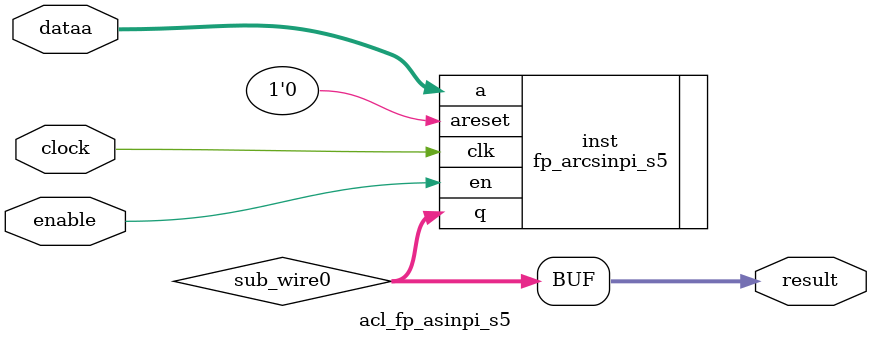
<source format=v>

`timescale 1 ps / 1 ps
// synopsys translate_on
module acl_fp_asinpi_s5 (
	enable,
	clock,
	dataa,
	result);

	input	  enable;
	input	  clock;
	input	[31:0]  dataa;
	output	[31:0]  result;

	wire [31:0] sub_wire0;
	wire [31:0] result = sub_wire0[31:0];

	fp_arcsinpi_s5	inst (
				.en (enable),
        .areset(1'b0),
				.clk(clock),
				.a(dataa),
				.q(sub_wire0));

endmodule

</source>
